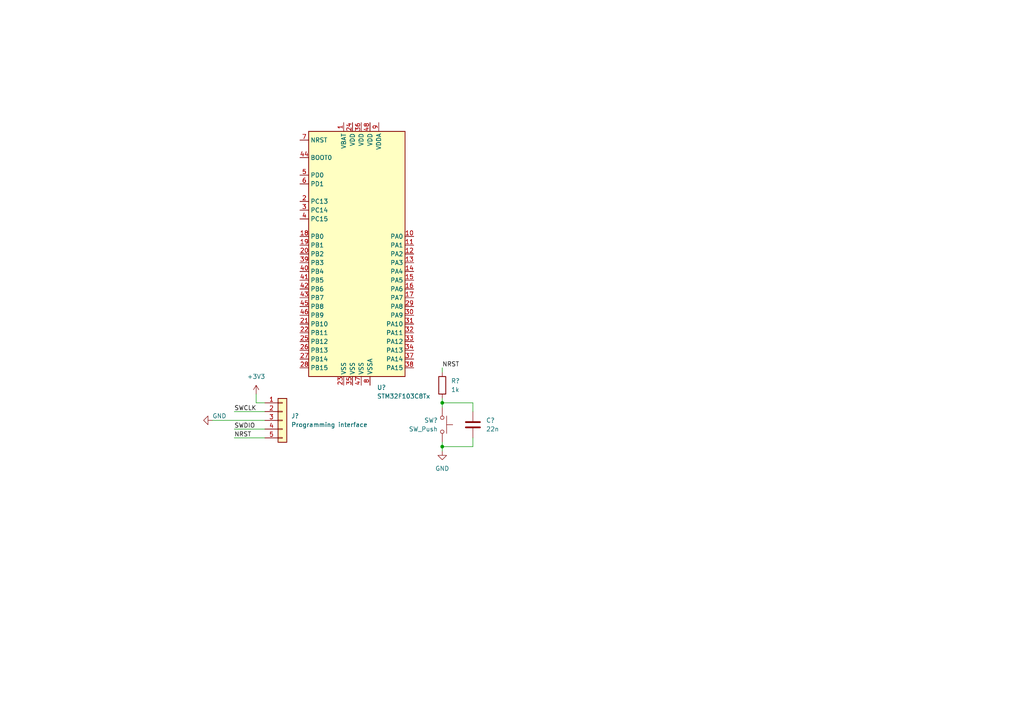
<source format=kicad_sch>
(kicad_sch (version 20211123) (generator eeschema)
  (paper "A4")
  (lib_symbols
    (symbol "Connector_Generic:Conn_01x05" (pin_names (offset 1.016) hide)
      (property "Reference" "J" (at 0 7.62 0))
      (property "Value" "Conn_01x05" (at 0 -7.62 0))
      (symbol "Conn_01x05_1_1"
        (rectangle (start -1.27 -4.953) (end 0 -5.207) (stroke (width 0.1524)))
        (rectangle (start -1.27 -2.413) (end 0 -2.667) (stroke (width 0.1524)))
        (rectangle (start -1.27 0.127) (end 0 -0.127) (stroke (width 0.1524)))
        (rectangle (start -1.27 2.667) (end 0 2.413) (stroke (width 0.1524)))
        (rectangle (start -1.27 5.207) (end 0 4.953) (stroke (width 0.1524)))
        (rectangle (start -1.27 6.35) (end 1.27 -6.35) (stroke (width 0.254)) (fill (type background)))
        (pin passive line (at -5.08 5.08 0) (length 3.81) (name "Pin_1") (number "1"))
        (pin passive line (at -5.08 2.54 0) (length 3.81) (name "Pin_2") (number "2"))
        (pin passive line (at -5.08 0 0) (length 3.81) (name "Pin_3") (number "3"))
        (pin passive line (at -5.08 -2.54 0) (length 3.81) (name "Pin_4") (number "4"))
        (pin passive line (at -5.08 -5.08 0) (length 3.81) (name "Pin_5") (number "5"))
      )
    )
    (symbol "Device:C" (pin_numbers hide) (pin_names (offset 0.254))
      (property "Reference" "C" (at 0.635 2.54 0))
      (property "Value" "C" (at 0.635 -2.54 0))
      (symbol "C_0_1"
        (polyline (pts (xy -2.032 -0.762) (xy 2.032 -0.762)) (stroke (width 0.508)))
        (polyline (pts (xy -2.032 0.762) (xy 2.032 0.762)) (stroke (width 0.508)))
      )
      (symbol "C_1_1"
        (pin passive line (at 0 3.81 270) (length 2.794) (name "~") (number "1"))
        (pin passive line (at 0 -3.81 90) (length 2.794) (name "~") (number "2"))
      )
    )
    (symbol "Device:R" (pin_numbers hide) (pin_names (offset 0))
      (property "Reference" "R" (at 2.032 0 90))
      (property "Value" "R" (at 0 0 90))
      (symbol "R_0_1"
        (rectangle (start -1.016 -2.54) (end 1.016 2.54) (stroke (width 0.254)))
      )
      (symbol "R_1_1"
        (pin passive line (at 0 3.81 270) (length 1.27) (name "~") (number "1"))
        (pin passive line (at 0 -3.81 90) (length 1.27) (name "~") (number "2"))
      )
    )
    (symbol "MCU_ST_STM32F1:STM32F103C8Tx"
      (property "Reference" "U" (at -15.24 36.83 0))
      (property "Value" "STM32F103C8Tx" (at 7.62 36.83 0))
      (symbol "STM32F103C8Tx_0_1"
        (rectangle (start -15.24 -35.56) (end 12.7 35.56) (stroke (width 0.254)) (fill (type background)))
      )
      (symbol "STM32F103C8Tx_1_1"
        (pin power_in line (at -5.08 38.1 270) (length 2.54) (name "VBAT") (number "1"))
        (pin bidirectional line (at 15.24 5.08 180) (length 2.54) (name "PA0") (number "10"))
        (pin bidirectional line (at 15.24 2.54 180) (length 2.54) (name "PA1") (number "11"))
        (pin bidirectional line (at 15.24 0 180) (length 2.54) (name "PA2") (number "12"))
        (pin bidirectional line (at 15.24 -2.54 180) (length 2.54) (name "PA3") (number "13"))
        (pin bidirectional line (at 15.24 -5.08 180) (length 2.54) (name "PA4") (number "14"))
        (pin bidirectional line (at 15.24 -7.62 180) (length 2.54) (name "PA5") (number "15"))
        (pin bidirectional line (at 15.24 -10.16 180) (length 2.54) (name "PA6") (number "16"))
        (pin bidirectional line (at 15.24 -12.7 180) (length 2.54) (name "PA7") (number "17"))
        (pin bidirectional line (at -17.78 5.08 0) (length 2.54) (name "PB0") (number "18"))
        (pin bidirectional line (at -17.78 2.54 0) (length 2.54) (name "PB1") (number "19"))
        (pin bidirectional line (at -17.78 15.24 0) (length 2.54) (name "PC13") (number "2"))
        (pin bidirectional line (at -17.78 0 0) (length 2.54) (name "PB2") (number "20"))
        (pin bidirectional line (at -17.78 -20.32 0) (length 2.54) (name "PB10") (number "21"))
        (pin bidirectional line (at -17.78 -22.86 0) (length 2.54) (name "PB11") (number "22"))
        (pin power_in line (at -5.08 -38.1 90) (length 2.54) (name "VSS") (number "23"))
        (pin power_in line (at -2.54 38.1 270) (length 2.54) (name "VDD") (number "24"))
        (pin bidirectional line (at -17.78 -25.4 0) (length 2.54) (name "PB12") (number "25"))
        (pin bidirectional line (at -17.78 -27.94 0) (length 2.54) (name "PB13") (number "26"))
        (pin bidirectional line (at -17.78 -30.48 0) (length 2.54) (name "PB14") (number "27"))
        (pin bidirectional line (at -17.78 -33.02 0) (length 2.54) (name "PB15") (number "28"))
        (pin bidirectional line (at 15.24 -15.24 180) (length 2.54) (name "PA8") (number "29"))
        (pin bidirectional line (at -17.78 12.7 0) (length 2.54) (name "PC14") (number "3"))
        (pin bidirectional line (at 15.24 -17.78 180) (length 2.54) (name "PA9") (number "30"))
        (pin bidirectional line (at 15.24 -20.32 180) (length 2.54) (name "PA10") (number "31"))
        (pin bidirectional line (at 15.24 -22.86 180) (length 2.54) (name "PA11") (number "32"))
        (pin bidirectional line (at 15.24 -25.4 180) (length 2.54) (name "PA12") (number "33"))
        (pin bidirectional line (at 15.24 -27.94 180) (length 2.54) (name "PA13") (number "34"))
        (pin power_in line (at -2.54 -38.1 90) (length 2.54) (name "VSS") (number "35"))
        (pin power_in line (at 0 38.1 270) (length 2.54) (name "VDD") (number "36"))
        (pin bidirectional line (at 15.24 -30.48 180) (length 2.54) (name "PA14") (number "37"))
        (pin bidirectional line (at 15.24 -33.02 180) (length 2.54) (name "PA15") (number "38"))
        (pin bidirectional line (at -17.78 -2.54 0) (length 2.54) (name "PB3") (number "39"))
        (pin bidirectional line (at -17.78 10.16 0) (length 2.54) (name "PC15") (number "4"))
        (pin bidirectional line (at -17.78 -5.08 0) (length 2.54) (name "PB4") (number "40"))
        (pin bidirectional line (at -17.78 -7.62 0) (length 2.54) (name "PB5") (number "41"))
        (pin bidirectional line (at -17.78 -10.16 0) (length 2.54) (name "PB6") (number "42"))
        (pin bidirectional line (at -17.78 -12.7 0) (length 2.54) (name "PB7") (number "43"))
        (pin input line (at -17.78 27.94 0) (length 2.54) (name "BOOT0") (number "44"))
        (pin bidirectional line (at -17.78 -15.24 0) (length 2.54) (name "PB8") (number "45"))
        (pin bidirectional line (at -17.78 -17.78 0) (length 2.54) (name "PB9") (number "46"))
        (pin power_in line (at 0 -38.1 90) (length 2.54) (name "VSS") (number "47"))
        (pin power_in line (at 2.54 38.1 270) (length 2.54) (name "VDD") (number "48"))
        (pin input line (at -17.78 22.86 0) (length 2.54) (name "PD0") (number "5"))
        (pin input line (at -17.78 20.32 0) (length 2.54) (name "PD1") (number "6"))
        (pin input line (at -17.78 33.02 0) (length 2.54) (name "NRST") (number "7"))
        (pin power_in line (at 2.54 -38.1 90) (length 2.54) (name "VSSA") (number "8"))
        (pin power_in line (at 5.08 38.1 270) (length 2.54) (name "VDDA") (number "9"))
      )
    )
    (symbol "Switch:SW_Push" (pin_numbers hide) (pin_names (offset 1.016) hide)
      (property "Reference" "SW" (at 1.27 2.54 0))
      (property "Value" "SW_Push" (at 0 -1.524 0))
      (symbol "SW_Push_0_1"
        (circle (center -2.032 0) (radius 0.508))
        (polyline (pts (xy 0 1.27) (xy 0 3.048)))
        (polyline (pts (xy 2.54 1.27) (xy -2.54 1.27)))
        (circle (center 2.032 0) (radius 0.508))
        (pin passive line (at -5.08 0 0) (length 2.54) (name "1") (number "1"))
        (pin passive line (at 5.08 0 180) (length 2.54) (name "2") (number "2"))
      )
    )
    (symbol "power:+3V3" (power) (pin_names (offset 0))
      (property "Value" "+3V3" (at 0 3.556 0))
      (symbol "+3V3_0_1"
        (polyline (pts (xy -0.762 1.27) (xy 0 2.54)))
        (polyline (pts (xy 0 0) (xy 0 2.54)))
        (polyline (pts (xy 0 2.54) (xy 0.762 1.27)))
      )
      (symbol "+3V3_1_1"
        (pin power_in line (at 0 0 90) (length 0) hide (name "+3V3") (number "1"))
      )
    )
    (symbol "power:GND" (power) (pin_names (offset 0))
      (property "Value" "GND" (at 0 -3.81 0))
      (symbol "GND_0_1"
        (polyline (pts (xy 0 0) (xy 0 -1.27) (xy 1.27 -1.27) (xy 0 -2.54) (xy -1.27 -1.27) (xy 0 -1.27)))
      )
      (symbol "GND_1_1"
        (pin power_in line (at 0 0 270) (length 0) hide (name "GND") (number "1"))
      )
    )
  )
  (junction (at 128.27 116.84))
  (junction (at 128.27 129.54))
  (wire (pts (xy 74.295 116.84) (xy 74.295 114.3)))
  (wire (pts (xy 76.835 116.84) (xy 74.295 116.84)))
  (wire (pts (xy 128.27 115.57) (xy 128.27 116.84)))
  (wire (pts (xy 128.27 129.54) (xy 137.16 129.54)))
  (wire (pts (xy 137.16 119.38) (xy 137.16 116.84)))
  (wire (pts (xy 128.27 116.84) (xy 128.27 118.11)))
  (wire (pts (xy 128.27 129.54) (xy 128.27 128.27)))
  (wire (pts (xy 67.945 124.46) (xy 76.835 124.46)))
  (wire (pts (xy 137.16 127) (xy 137.16 129.54)))
  (wire (pts (xy 67.945 127) (xy 76.835 127)))
  (wire (pts (xy 128.27 130.81) (xy 128.27 129.54)))
  (wire (pts (xy 61.595 121.92) (xy 76.835 121.92)))
  (wire (pts (xy 128.27 116.84) (xy 137.16 116.84)))
  (wire (pts (xy 128.27 106.68) (xy 128.27 107.95)))
  (wire (pts (xy 67.945 119.38) (xy 76.835 119.38)))
  (label "NRST" (at 67.945 127 0))
  (label "NRST" (at 128.27 106.68 0))
  (label "SWCLK" (at 67.945 119.38 0))
  (label "SWDIO" (at 67.945 124.46 0))
  (symbol (lib_id "Device:C") (at 137.16 123.19 0) (unit 1)
    (property "Reference" "C?" (at 140.97 121.9199 0) (effects (justify left)))
    (property "Value" "22n" (at 140.97 124.4599 0) (effects (justify left)))
  )
  (symbol (lib_id "power:GND") (at 61.595 121.92 270) (unit 1)
    (property "Reference" "#PWR?" (effects hide))
    (property "Value" "GND" (at 61.595 120.65 90) (effects (justify left)))
  )
  (symbol (lib_id "MCU_ST_STM32F1:STM32F103C8Tx") (at 104.775 73.66 0) (unit 1)
    (property "Reference" "U?" (at 109.3344 112.395 0) (effects (justify left)))
    (property "Value" "STM32F103C8Tx" (at 109.3344 114.935 0) (effects (justify left)))
    (property "Footprint" "Package_QFP:LQFP-48_7x7mm_P0.5mm" (effects hide))
    (property "Datasheet" "http://www.st.com/st-web-ui/static/active/en/resource/technical/document/datasheet/CD00161566.pdf" (effects hide))
  )
  (symbol (lib_id "Device:R") (at 128.27 111.76 0) (unit 1)
    (property "Reference" "R?" (at 130.81 110.4899 0) (effects (justify left)))
    (property "Value" "1k" (at 130.81 113.0299 0) (effects (justify left)))
  )
  (symbol (lib_id "power:GND") (at 128.27 130.81 0) (unit 1)
    (property "Reference" "#PWR?" (effects hide))
    (property "Value" "GND" (at 128.27 135.89 0))
  )
  (symbol (lib_id "Switch:SW_Push") (at 128.27 123.19 270) (mirror x) (unit 1)
    (property "Reference" "SW?" (at 127 121.9199 90) (effects (justify right)))
    (property "Value" "SW_Push" (at 127 124.4599 90) (effects (justify right)))
  )
  (symbol (lib_id "Connector_Generic:Conn_01x05") (at 81.915 121.92 0) (unit 1)
    (property "Reference" "J?" (at 84.455 120.6499 0) (effects (justify left)))
    (property "Value" "Programming interface" (at 84.455 123.1899 0) (effects (justify left)))
  )
  (symbol (lib_id "power:+3V3") (at 74.295 114.3 0) (unit 1)
    (property "Reference" "#PWR?" (effects hide))
    (property "Value" "+3V3" (at 74.295 109.22 0))
  )
)
</source>
